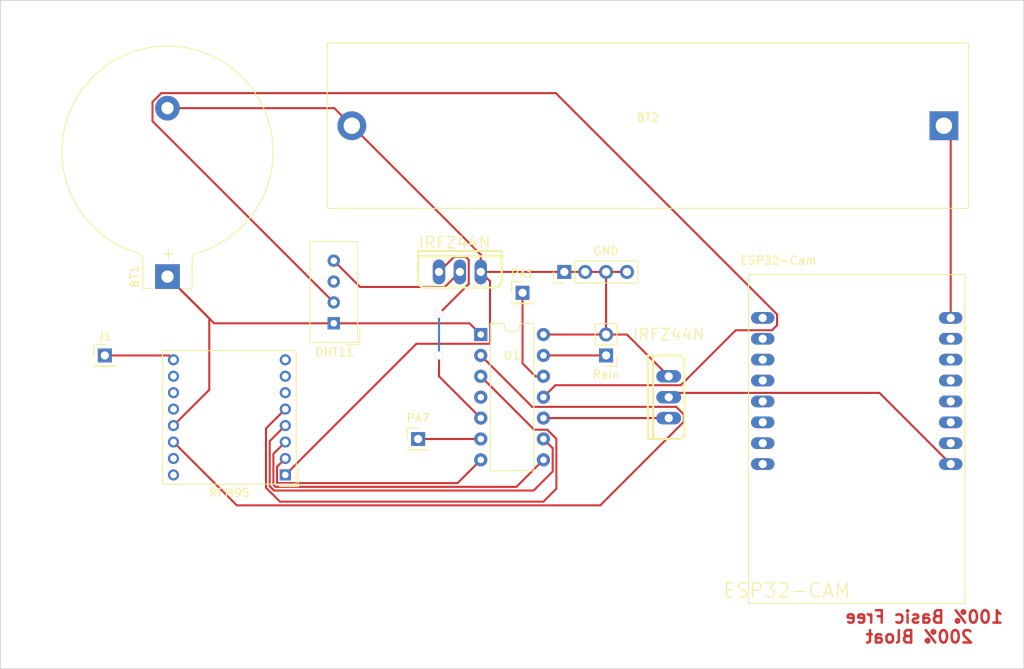
<source format=kicad_pcb>
(kicad_pcb (version 20211014) (generator pcbnew)
  (title_block (title "Vogelhaus") (date "2022-03-26") (rev "V0.0.1") (company "Moritz Honauer"))
  (layers (0 "F.Cu" signal) (31 "B.Cu" signal) (34 "B.Paste" user) (35 "F.Paste" user) (36 "B.SilkS" user "B.Silkscreen") (37 "F.SilkS" user "F.Silkscreen") (38 "B.Mask" user) (39 "F.Mask" user) (44 "Edge.Cuts" user))
  (net 0 "")
  (net 1 "Net-(BT1-Pad1)")
  (net 2 "GND")
  (net 3 "Net-(BT2-Pad1)")
  (net 12 "Net-(ESP32-Cam1-PadP$9)")
  (net 19 "Net-(J1-Pad1)")
  (net 20 "Net-(J2-Pad1)")
  (net 21 "Net-(J4-Pad1)")
  (net 22 "Net-(J5-Pad1)")
  (net 23 "Net-(S1-Pad2)")
  (net 25 "Net-(S1-Pad4)")
  (net 26 "Net-(U1-Pad2)")
  (net 27 "Net-(U1-Pad3)")
  (net 29 "Net-(U1-Pad5)")
  (net 30 "Net-(U1-Pad7)")
  (net 31 "Net-(U1-Pad8)")
  (net 32 "Net-(U1-Pad9)")
  (net 33 "Net-(U1-Pad10)")
  (footprint "Connector_PinHeader_2.54mm:PinHeader_1x04_P2.54mm_Vertical" (layer "F.Cu") (at 160.02 83.82 90)
    (fp_text reference "GND" (at 2.54 5.08 180) (layer "F.SilkS"))
    (fp_text value "Ground")
    (fp_line (start -1.33 1.27) (end -1.33 8.95) (layer "F.SilkS") (width 0.12))
    (fp_line (start 1.33 1.27) (end 1.33 8.95) (layer "F.SilkS") (width 0.12))
    (fp_line (start -1.33 8.95) (end 1.33 8.95) (layer "F.SilkS") (width 0.12))
    (fp_line (start -1.33 -1.33) (end 0 -1.33) (layer "F.SilkS") (width 0.12))
    (fp_line (start -1.33 1.27) (end 1.33 1.27) (layer "F.SilkS") (width 0.12))
    (fp_line (start -1.33 0) (end -1.33 -1.33) (layer "F.SilkS") (width 0.12))
    (pad "1" thru_hole rect (at 0 0 90) (size 1.7 1.7) (drill 1) (layers *.Cu *.Mask) (net 2 "GND"))
    (pad "2" thru_hole oval (at 0 2.54 90) (size 1.7 1.7) (drill 1) (layers *.Cu *.Mask) (net 2 "GND"))
    (pad "3" thru_hole oval (at 0 5.08 90) (size 1.7 1.7) (drill 1) (layers *.Cu *.Mask) (net 2 "GND"))
    (pad "4" thru_hole oval (at 0 7.62 90) (size 1.7 1.7) (drill 1) (layers *.Cu *.Mask) (net 2 "GND"))
  )
  (footprint "Connector_PinHeader_2.54mm:PinHeader_1x02_P2.54mm_Vertical" (layer "F.Cu") (at 165.1 93.975 180)
    (fp_text reference "Rain" (at 0 -2.33) (layer "F.SilkS"))
    (fp_text value "Rain Sensor")
    (fp_line (start -1.33 3.87) (end 1.33 3.87) (layer "F.SilkS") (width 0.12))
    (fp_line (start -1.33 1.27) (end -1.33 3.87) (layer "F.SilkS") (width 0.12))
    (fp_line (start -1.33 0) (end -1.33 -1.33) (layer "F.SilkS") (width 0.12))
    (fp_line (start 1.33 1.27) (end 1.33 3.87) (layer "F.SilkS") (width 0.12))
    (fp_line (start -1.33 1.27) (end 1.33 1.27) (layer "F.SilkS") (width 0.12))
    (fp_line (start -1.33 -1.33) (end 0 -1.33) (layer "F.SilkS") (width 0.12))
    (pad "1" thru_hole rect (at 0 0 180) (size 1.7 1.7) (drill 1) (layers *.Cu *.Mask) (net 20 "Net-(J2-Pad1)"))
    (pad "2" thru_hole oval (at 0 2.54 180) (size 1.7 1.7) (drill 1) (layers *.Cu *.Mask) (net 2 "GND"))
  )
  (footprint "Connector_PinHeader_2.54mm:PinHeader_1x01_P2.54mm_Vertical" (layer "F.Cu") (at 154.94 86.36)
    (fp_text reference "PA1" (at 0 -2.33) (layer "F.SilkS"))
    (fp_text value "PA1")
    (fp_line (start -1.33 1.27) (end -1.33 1.33) (layer "F.SilkS") (width 0.12))
    (fp_line (start -1.33 -1.33) (end 0 -1.33) (layer "F.SilkS") (width 0.12))
    (fp_line (start -1.33 1.27) (end 1.33 1.27) (layer "F.SilkS") (width 0.12))
    (fp_line (start -1.33 0) (end -1.33 -1.33) (layer "F.SilkS") (width 0.12))
    (fp_line (start -1.33 1.33) (end 1.33 1.33) (layer "F.SilkS") (width 0.12))
    (fp_line (start 1.33 1.27) (end 1.33 1.33) (layer "F.SilkS") (width 0.12))
    (pad "1" thru_hole rect (at 0 0) (size 1.7 1.7) (drill 1) (layers *.Cu *.Mask) (net 21 "Net-(J4-Pad1)"))
  )
  (footprint "Package_DIP:DIP-14_W7.62mm" (layer "F.Cu") (at 149.86 91.435)
    (fp_text reference "U1" (at 3.81 2.545) (layer "F.SilkS"))
    (fp_text value "ATtiny84V-10P")
    (fp_line (start 1.16 16.57) (end 6.46 16.57) (layer "F.SilkS") (width 0.12))
    (fp_line (start 6.46 16.57) (end 6.46 -1.33) (layer "F.SilkS") (width 0.12))
    (fp_line (start 6.46 -1.33) (end 4.81 -1.33) (layer "F.SilkS") (width 0.12))
    (fp_line (start 1.16 -1.33) (end 1.16 16.57) (layer "F.SilkS") (width 0.12))
    (fp_line (start 2.81 -1.33) (end 1.16 -1.33) (layer "F.SilkS") (width 0.12))
    (fp_arc (start 4.81 -1.33) (mid 3.81 -0.33) (end 2.81 -1.33) (layer "F.SilkS") (width 0.12))
    (pad "1" thru_hole rect (at 0 0) (size 1.6 1.6) (drill 0.8) (layers *.Cu *.Mask) (net 1 "Net-(BT1-Pad1)"))
    (pad "2" thru_hole oval (at 0 2.54) (size 1.6 1.6) (drill 0.8) (layers *.Cu *.Mask) (net 26 "Net-(U1-Pad2)"))
    (pad "3" thru_hole oval (at 0 5.08) (size 1.6 1.6) (drill 0.8) (layers *.Cu *.Mask) (net 27 "Net-(U1-Pad3)"))
    (pad "4" thru_hole oval (at 0 7.62) (size 1.6 1.6) (drill 0.8) (layers *.Cu *.Mask))
    (pad "5" thru_hole oval (at 0 10.16) (size 1.6 1.6) (drill 0.8) (layers *.Cu *.Mask) (net 29 "Net-(U1-Pad5)"))
    (pad "6" thru_hole oval (at 0 12.7) (size 1.6 1.6) (drill 0.8) (layers *.Cu *.Mask) (net 22 "Net-(J5-Pad1)"))
    (pad "7" thru_hole oval (at 0 15.24) (size 1.6 1.6) (drill 0.8) (layers *.Cu *.Mask) (net 30 "Net-(U1-Pad7)"))
    (pad "8" thru_hole oval (at 7.62 15.24) (size 1.6 1.6) (drill 0.8) (layers *.Cu *.Mask) (net 31 "Net-(U1-Pad8)"))
    (pad "9" thru_hole oval (at 7.62 12.7) (size 1.6 1.6) (drill 0.8) (layers *.Cu *.Mask) (net 32 "Net-(U1-Pad9)"))
    (pad "10" thru_hole oval (at 7.62 10.16) (size 1.6 1.6) (drill 0.8) (layers *.Cu *.Mask) (net 33 "Net-(U1-Pad10)"))
    (pad "11" thru_hole oval (at 7.62 7.62) (size 1.6 1.6) (drill 0.8) (layers *.Cu *.Mask) (net 23 "Net-(S1-Pad2)"))
    (pad "12" thru_hole oval (at 7.62 5.08) (size 1.6 1.6) (drill 0.8) (layers *.Cu *.Mask) (net 21 "Net-(J4-Pad1)"))
    (pad "13" thru_hole oval (at 7.62 2.54) (size 1.6 1.6) (drill 0.8) (layers *.Cu *.Mask) (net 20 "Net-(J2-Pad1)"))
    (pad "14" thru_hole oval (at 7.62 0) (size 1.6 1.6) (drill 0.8) (layers *.Cu *.Mask) (net 2 "GND"))
  )
  (footprint "Battery:BatteryHolder_Keystone_104_1x23mm" (layer "F.Cu") (at 111.76 84.392289 90)
    (fp_text reference "BT1" (at 0 -4 90) (layer "F.SilkS"))
    (fp_text value "Coin_Battery")
    (fp_text user "+" (at 2.75 0 90) (layer "F.SilkS") (effects (font (size 1.5 1.5))))
    (fp_line (start -1.45 -3) (end 2.15 -3) (layer "F.SilkS") (width 0.12))
    (fp_line (start -1.45 3) (end 2.15 3) (layer "F.SilkS") (width 0.12))
    (fp_line (start -1.45 1.8) (end -1.45 3) (layer "F.SilkS") (width 0.12))
    (fp_line (start -1.45 -1.8) (end -1.45 -3) (layer "F.SilkS") (width 0.12))
    (fp_arc (start 28.03617 -0.072313) (mid 17.002622 12.709172) (end 2.85 3.5) (layer "F.SilkS") (width 0.12))
    (fp_arc (start 2.85 -3.5) (mid 17.002622 -12.709172) (end 28.03617 0.072313) (layer "F.SilkS") (width 0.12))
    (fp_arc (start 2.1 3) (mid 2.558861 3.144678) (end 2.851754 3.526384) (layer "F.SilkS") (width 0.12))
    (fp_arc (start 2.851754 -3.526384) (mid 2.558861 -3.144678) (end 2.1 -3) (layer "F.SilkS") (width 0.12))
    (pad "1" thru_hole rect (at 0 0 90) (size 3 3) (drill 1.5) (layers *.Cu *.Mask) (net 1 "Net-(BT1-Pad1)"))
    (pad "2" thru_hole circle (at 20.49 0 90) (size 3 3) (drill 1.5) (layers *.Cu *.Mask) (net 2 "GND"))
  )
  (footprint "Connector_PinHeader_2.54mm:PinHeader_1x01_P2.54mm_Vertical" (layer "F.Cu") (at 104.14 93.98)
    (fp_text reference "J1" (at 0 -2.33) (layer "F.SilkS"))
    (fp_text value "Antenna")
    (fp_line (start -1.33 1.27) (end -1.33 1.33) (layer "F.SilkS") (width 0.12))
    (fp_line (start -1.33 1.33) (end 1.33 1.33) (layer "F.SilkS") (width 0.12))
    (fp_line (start -1.33 1.27) (end 1.33 1.27) (layer "F.SilkS") (width 0.12))
    (fp_line (start -1.33 -1.33) (end 0 -1.33) (layer "F.SilkS") (width 0.12))
    (fp_line (start -1.33 0) (end -1.33 -1.33) (layer "F.SilkS") (width 0.12))
    (fp_line (start 1.33 1.27) (end 1.33 1.33) (layer "F.SilkS") (width 0.12))
    (pad "1" thru_hole rect (at 0 0) (size 1.7 1.7) (drill 1) (layers *.Cu *.Mask) (net 19 "Net-(J1-Pad1)"))
  )
  (footprint "RF_Module:HOPERF_RFM9XW_THT" (layer "F.Cu") (at 126.0875 108.5075 180)
    (fp_text reference "RFM95" (at 6.8 -2.17) (layer "F.SilkS"))
    (fp_text value "RFM95W-868S2")
    (fp_line (start -1.6 0.7) (end -1.6 -1.4) (layer "F.SilkS") (width 0.12))
    (fp_line (start -1.325 -1.125) (end 14.925 -1.125) (layer "F.SilkS") (width 0.12))
    (fp_line (start -1.6 -1.4) (end 0.7 -1.4) (layer "F.SilkS") (width 0.12))
    (fp_line (start -1.325 15.125) (end -1.325 -1.125) (layer "F.SilkS") (width 0.12))
    (fp_line (start 14.925 15.125) (end -1.325 15.125) (layer "F.SilkS") (width 0.12))
    (fp_line (start 14.925 -1.125) (end 14.925 15.125) (layer "F.SilkS") (width 0.12))
    (pad "1" thru_hole rect (at 0 0 180) (size 1.35 1.35) (drill 0.8) (layers *.Cu *.Mask) (net 2 "GND"))
    (pad "2" thru_hole circle (at 0 2 180) (size 1.35 1.35) (drill 0.8) (layers *.Cu *.Mask) (net 30 "Net-(U1-Pad7)"))
    (pad "3" thru_hole circle (at 0 4 180) (size 1.35 1.35) (drill 0.8) (layers *.Cu *.Mask) (net 31 "Net-(U1-Pad8)"))
    (pad "4" thru_hole circle (at 0 6 180) (size 1.35 1.35) (drill 0.8) (layers *.Cu *.Mask) (net 32 "Net-(U1-Pad9)"))
    (pad "5" thru_hole circle (at 0 8 180) (size 1.35 1.35) (drill 0.8) (layers *.Cu *.Mask) (net 27 "Net-(U1-Pad3)"))
    (pad "6" thru_hole circle (at 0 10 180) (size 1.35 1.35) (drill 0.8) (layers *.Cu *.Mask))
    (pad "7" thru_hole circle (at 0 12 180) (size 1.35 1.35) (drill 0.8) (layers *.Cu *.Mask))
    (pad "8" thru_hole circle (at 0 14 180) (size 1.35 1.35) (drill 0.8) (layers *.Cu *.Mask))
    (pad "9" thru_hole circle (at 13.6 14 180) (size 1.35 1.35) (drill 0.8) (layers *.Cu *.Mask) (net 19 "Net-(J1-Pad1)"))
    (pad "10" thru_hole circle (at 13.6 12 180) (size 1.35 1.35) (drill 0.8) (layers *.Cu *.Mask))
    (pad "11" thru_hole circle (at 13.6 10 180) (size 1.35 1.35) (drill 0.8) (layers *.Cu *.Mask))
    (pad "12" thru_hole circle (at 13.6 8 180) (size 1.35 1.35) (drill 0.8) (layers *.Cu *.Mask))
    (pad "13" thru_hole circle (at 13.6 6 180) (size 1.35 1.35) (drill 0.8) (layers *.Cu *.Mask) (net 1 "Net-(BT1-Pad1)"))
    (pad "14" thru_hole circle (at 13.6 4 180) (size 1.35 1.35) (drill 0.8) (layers *.Cu *.Mask) (net 26 "Net-(U1-Pad2)"))
    (pad "15" thru_hole circle (at 13.6 2 180) (size 1.35 1.35) (drill 0.8) (layers *.Cu *.Mask))
    (pad "16" thru_hole circle (at 13.6 0 180) (size 1.35 1.35) (drill 0.8) (layers *.Cu *.Mask))
  )
  (footprint "Battery:BatteryHolder_MPD_BH-18650-PC2" (layer "F.Cu") (at 206.18 66.04 180)
    (fp_text reference "BT2" (at 36 1) (layer "F.SilkS"))
    (fp_text value "18650_Battery")
    (fp_line (start 75 10.05) (end -3 10.05) (layer "F.SilkS") (width 0.12))
    (fp_line (start 75 -10.05) (end 75 10.05) (layer "F.SilkS") (width 0.12))
    (fp_line (start -3 -10.05) (end 75 -10.05) (layer "F.SilkS") (width 0.12))
    (fp_line (start -3 10.05) (end -3 -10.05) (layer "F.SilkS") (width 0.12))
    (pad "" np_thru_hole circle (at 8.645 0 180) (size 3.2 3.2) (drill 3.2) (layers *.Cu *.Mask))
    (pad "" np_thru_hole circle (at 64.255 0 180) (size 3.2 3.2) (drill 3.2) (layers *.Cu *.Mask))
    (pad "1" thru_hole rect (at 0 0 180) (size 3.5 3.5) (drill 2) (layers *.Cu *.Mask) (net 3 "Net-(BT2-Pad1)"))
    (pad "2" thru_hole circle (at 72 0 180) (size 3.5 3.5) (drill 2) (layers *.Cu *.Mask) (net 2 "GND"))
  )
  (footprint "IRFZ44N:TO-220" (layer "F.Cu") (at 147.32 83.82)
    (fp_text reference "IRFZ44N" (at -0.63516 -3.55696) (layer "F.SilkS") (effects (font (size 1.400378 1.400378))))
    (fp_text value "IRFZ44N")
    (fp_line (start 4.318 1.905) (end -4.318 1.905) (layer "F.SilkS") (width 0.254))
    (fp_line (start 5.08 -1.905) (end 5.08 1.016) (layer "F.SilkS") (width 0.254))
    (fp_line (start -5.08 1.143) (end -5.08 -1.905) (layer "F.SilkS") (width 0.254))
    (fp_line (start 5.08 -1.905) (end -5.08 -1.905) (layer "F.SilkS") (width 0.254))
    (fp_line (start 5.08 -2.54) (end 5.08 -1.905) (layer "F.SilkS") (width 0.254))
    (fp_line (start -5.08 -2.54) (end 5.08 -2.54) (layer "F.SilkS") (width 0.254))
    (fp_line (start -5.08 -1.905) (end -5.08 -2.54) (layer "F.SilkS") (width 0.254))
    (fp_arc (start -4.318 1.905) (mid -4.856815 1.681815) (end -5.08 1.143) (layer "F.SilkS") (width 0.254))
    (fp_arc (start 5.08 1.016) (mid 4.883118 1.618315) (end 4.318 1.905) (layer "F.SilkS") (width 0.254))
    (pad "1" thru_hole oval locked (at -2.54 0) (size 1.508 3.016) (drill 1) (layers *.Cu *.Mask) (net 29 "Net-(U1-Pad5)"))
    (pad "2" thru_hole oval locked (at 0 0) (size 1.508 3.016) (drill 1) (layers *.Cu *.Mask) (net 25 "Net-(S1-Pad4)"))
    (pad "3" thru_hole oval locked (at 2.54 0) (size 1.508 3.016) (drill 1) (layers *.Cu *.Mask) (net 2 "GND"))
  )
  (footprint "Connector_PinHeader_2.54mm:PinHeader_1x01_P2.54mm_Vertical" (layer "F.Cu") (at 142.24 104.14)
    (fp_text reference "PA7" (at 0 -2.54) (layer "F.SilkS"))
    (fp_text value "PA7")
    (fp_line (start -1.33 1.27) (end 1.33 1.27) (layer "F.SilkS") (width 0.12))
    (fp_line (start 1.33 1.27) (end 1.33 1.33) (layer "F.SilkS") (width 0.12))
    (fp_line (start -1.33 0) (end -1.33 -1.33) (layer "F.SilkS") (width 0.12))
    (fp_line (start -1.33 1.27) (end -1.33 1.33) (layer "F.SilkS") (width 0.12))
    (fp_line (start -1.33 -1.33) (end 0 -1.33) (layer "F.SilkS") (width 0.12))
    (fp_line (start -1.33 1.33) (end 1.33 1.33) (layer "F.SilkS") (width 0.12))
    (pad "1" thru_hole rect (at 0 0) (size 1.7 1.7) (drill 1) (layers *.Cu *.Mask) (net 22 "Net-(J5-Pad1)"))
  )
  (footprint "ESP32-CAM:ESP32-CAM" (layer "F.Cu") (at 195.58 99.57)
    (fp_text reference "ESP32-Cam" (at -9.525 -17.145) (layer "F.SilkS"))
    (fp_text value "ESP32-CAM")
    (fp_text user "ESP32-CAM" (at -8.5 23) (layer "F.SilkS") (effects (font (size 1.72 1.72))))
    (fp_line (start 13.16 -15.43) (end 13.16 24.57) (layer "F.SilkS") (width 0.127))
    (fp_line (start 13.16 24.57) (end -13.16 24.57) (layer "F.SilkS") (width 0.127))
    (fp_line (start -13.16 24.57) (end -13.16 -15.43) (layer "F.SilkS") (width 0.127))
    (fp_line (start -13.16 -15.43) (end 13.16 -15.43) (layer "F.SilkS") (width 0.127))
    (pad "P$1" thru_hole oval locked (at -11.43 -10.16) (size 2.8448 1.4224) (drill 1) (layers *.Cu *.Mask))
    (pad "P$2" thru_hole oval locked (at -11.43 -7.62) (size 2.8448 1.4224) (drill 1) (layers *.Cu *.Mask))
    (pad "P$3" thru_hole oval locked (at -11.43 -5.08) (size 2.8448 1.4224) (drill 1) (layers *.Cu *.Mask))
    (pad "P$4" thru_hole oval locked (at -11.43 -2.54) (size 2.8448 1.4224) (drill 1) (layers *.Cu *.Mask))
    (pad "P$5" thru_hole oval locked (at -11.43 0) (size 2.8448 1.4224) (drill 1) (layers *.Cu *.Mask))
    (pad "P$6" thru_hole oval locked (at -11.43 2.54) (size 2.8448 1.4224) (drill 1) (layers *.Cu *.Mask))
    (pad "P$7" thru_hole oval locked (at -11.43 5.08) (size 2.8448 1.4224) (drill 1) (layers *.Cu *.Mask))
    (pad "P$8" thru_hole oval locked (at -11.43 7.62) (size 2.8448 1.4224) (drill 1) (layers *.Cu *.Mask))
    (pad "P$9" thru_hole oval locked (at 11.43 7.62) (size 2.8448 1.4224) (drill 1) (layers *.Cu *.Mask) (net 12 "Net-(ESP32-Cam1-PadP$9)"))
    (pad "P$10" thru_hole oval locked (at 11.43 5.08) (size 2.8448 1.4224) (drill 1) (layers *.Cu *.Mask))
    (pad "P$11" thru_hole oval locked (at 11.43 2.54) (size 2.8448 1.4224) (drill 1) (layers *.Cu *.Mask))
    (pad "P$12" thru_hole oval locked (at 11.43 0) (size 2.8448 1.4224) (drill 1) (layers *.Cu *.Mask))
    (pad "P$13" thru_hole oval locked (at 11.43 -2.54) (size 2.8448 1.4224) (drill 1) (layers *.Cu *.Mask))
    (pad "P$14" thru_hole oval locked (at 11.43 -5.08) (size 2.8448 1.4224) (drill 1) (layers *.Cu *.Mask))
    (pad "P$15" thru_hole oval locked (at 11.43 -7.62) (size 2.8448 1.4224) (drill 1) (layers *.Cu *.Mask))
    (pad "P$16" thru_hole oval locked (at 11.43 -10.16) (size 2.8448 1.4224) (drill 1) (layers *.Cu *.Mask) (net 3 "Net-(BT2-Pad1)"))
  )
  (footprint "IRFZ44N:TO-220" (layer "F.Cu") (at 172.72 99.06 90)
    (fp_text reference "IRFZ44N" (at 7.62 0 180) (layer "F.SilkS") (effects (font (size 1.400378 1.400378))))
    (fp_text value "IRFZ44N")
    (fp_line (start 5.08 -2.54) (end 5.08 -1.905) (layer "F.SilkS") (width 0.254))
    (fp_line (start 4.318 1.905) (end -4.318 1.905) (layer "F.SilkS") (width 0.254))
    (fp_line (start 5.08 -1.905) (end -5.08 -1.905) (layer "F.SilkS") (width 0.254))
    (fp_line (start 5.08 -1.905) (end 5.08 1.016) (layer "F.SilkS") (width 0.254))
    (fp_line (start -5.08 1.143) (end -5.08 -1.905) (layer "F.SilkS") (width 0.254))
    (fp_line (start -5.08 -1.905) (end -5.08 -2.54) (layer "F.SilkS") (width 0.254))
    (fp_line (start -5.08 -2.54) (end 5.08 -2.54) (layer "F.SilkS") (width 0.254))
    (fp_arc (start -4.318 1.905) (mid -4.856815 1.681815) (end -5.08 1.143) (layer "F.SilkS") (width 0.254))
    (fp_arc (start 5.08 1.016) (mid 4.883118 1.618315) (end 4.318 1.905) (layer "F.SilkS") (width 0.254))
    (pad "1" thru_hole oval locked (at -2.54 0 90) (size 1.508 3.016) (drill 1) (layers *.Cu *.Mask) (net 33 "Net-(U1-Pad10)"))
    (pad "2" thru_hole oval locked (at 0 0 90) (size 1.508 3.016) (drill 1) (layers *.Cu *.Mask) (net 12 "Net-(ESP32-Cam1-PadP$9)"))
    (pad "3" thru_hole oval locked (at 2.54 0 90) (size 1.508 3.016) (drill 1) (layers *.Cu *.Mask) (net 2 "GND"))
  )
  (footprint "Sensor:Aosong_DHT11_5.5x12.0_P2.54mm" (layer "F.Cu") (at 131.9825 90.0725 180)
    (fp_text reference "DHT11" (at -0.0975 -3.5) (layer "F.SilkS"))
    (fp_text value "DHT11")
    (fp_line (start 2.88 -2.32) (end 2.88 9.94) (layer "F.SilkS") (width 0.12))
    (fp_line (start -3.16 -2.6) (end -1.55 -2.6) (layer "F.SilkS") (width 0.12))
    (fp_line (start -3.16 -2.6) (end -3.16 -0.6) (layer "F.SilkS") (width 0.12))
    (fp_line (start -2.87 -2.32) (end 2.87 -2.32) (layer "F.SilkS") (width 0.12))
    (fp_line (start 2.88 9.94) (end -2.88 9.94) (layer "F.SilkS") (width 0.12))
    (fp_line (start -2.88 9.94) (end -2.88 -2.31) (layer "F.SilkS") (width 0.12))
    (pad "1" thru_hole rect (at 0 0 180) (size 1.5 1.5) (drill 0.8) (layers *.Cu *.Mask) (net 1 "Net-(BT1-Pad1)"))
    (pad "2" thru_hole circle (at 0 2.54 180) (size 1.5 1.5) (drill 0.8) (layers *.Cu *.Mask) (net 23 "Net-(S1-Pad2)"))
    (pad "3" thru_hole circle (at 0 5.08 180) (size 1.5 1.5) (drill 0.8) (layers *.Cu *.Mask))
    (pad "4" thru_hole circle (at 0 7.62 180) (size 1.5 1.5) (drill 0.8) (layers *.Cu *.Mask) (net 25 "Net-(S1-Pad4)"))
  )
  (gr_line (start 91.44 132.08) (end 215.9 132.08) (layer "Edge.Cuts") (width 0.1))
  (gr_line (start 91.44 50.8) (end 91.44 132.08) (layer "Edge.Cuts") (width 0.1))
  (gr_line (start 215.9 132.08) (end 215.9 50.8) (layer "Edge.Cuts") (width 0.1))
  (gr_line (start 215.9 50.8) (end 91.44 50.8) (layer "Edge.Cuts") (width 0.1))
  (gr_text "100% Basic Free \n200% Bloat" (at 203.2 127) (layer "F.Cu") (effects (font (size 1.5 1.5) (thickness 0.3)) (justify mirror)))
  (segment (start 148.4975 90.0725) (end 149.86 91.435) (width 0.25) (layer "F.Cu") (net 1))
  (segment (start 116.84 98.155) (end 112.4875 102.5075) (width 0.25) (layer "F.Cu") (net 1))
  (segment (start 131.9825 90.0725) (end 117.440211 90.0725) (width 0.25) (layer "F.Cu") (net 1))
  (segment (start 117.440211 90.0725) (end 111.76 84.392289) (width 0.25) (layer "F.Cu") (net 1))
  (segment (start 111.76 84.392289) (end 116.84 89.472289) (width 0.25) (layer "F.Cu") (net 1))
  (segment (start 116.84 89.472289) (end 116.84 98.155) (width 0.25) (layer "F.Cu") (net 1))
  (segment (start 131.9825 90.0725) (end 148.4975 90.0725) (width 0.25) (layer "F.Cu") (net 1))
  (segment (start 167.64 83.82) (end 165.1 83.82) (width 0.25) (layer "F.Cu") (net 2))
  (segment (start 149.86 83.82) (end 150.984511 84.944511) (width 0.25) (layer "F.Cu") (net 2))
  (segment (start 162.56 83.82) (end 165.1 83.82) (width 0.25) (layer "F.Cu") (net 2))
  (segment (start 165.1 83.82) (end 165.1 91.435) (width 0.25) (layer "F.Cu") (net 2))
  (segment (start 160.02 83.82) (end 162.56 83.82) (width 0.25) (layer "F.Cu") (net 2))
  (segment (start 134.18 66.04) (end 149.86 81.72) (width 0.25) (layer "F.Cu") (net 2))
  (segment (start 167.635 91.435) (end 172.72 96.52) (width 0.25) (layer "F.Cu") (net 2))
  (segment (start 150.984511 84.944511) (end 150.984511 92.559511) (width 0.25) (layer "F.Cu") (net 2))
  (segment (start 149.86 83.82) (end 160.02 83.82) (width 0.25) (layer "F.Cu") (net 2))
  (segment (start 150.984511 92.559511) (end 142.035489 92.559511) (width 0.25) (layer "F.Cu") (net 2))
  (segment (start 165.1 91.435) (end 157.48 91.435) (width 0.25) (layer "F.Cu") (net 2))
  (segment (start 149.86 81.72) (end 149.86 83.82) (width 0.25) (layer "F.Cu") (net 2))
  (segment (start 165.1 91.435) (end 167.635 91.435) (width 0.25) (layer "F.Cu") (net 2))
  (segment (start 111.76 63.902289) (end 132.042289 63.902289) (width 0.25) (layer "F.Cu") (net 2))
  (segment (start 132.042289 63.902289) (end 134.18 66.04) (width 0.25) (layer "F.Cu") (net 2))
  (segment (start 142.035489 92.559511) (end 126.0875 108.5075) (width 0.25) (layer "F.Cu") (net 2))
  (segment (start 207.01 66.87) (end 206.18 66.04) (width 0.25) (layer "F.Cu") (net 3))
  (segment (start 207.01 89.41) (end 207.01 66.87) (width 0.25) (layer "F.Cu") (net 3))
  (segment (start 172.72 99.06) (end 173.24572 98.53428) (width 0.25) (layer "F.Cu") (net 12))
  (segment (start 198.35428 98.53428) (end 207.01 107.19) (width 0.25) (layer "F.Cu") (net 12))
  (segment (start 173.24572 98.53428) (end 198.35428 98.53428) (width 0.25) (layer "F.Cu") (net 12))
  (segment (start 104.14 93.98) (end 111.96 93.98) (width 0.25) (layer "F.Cu") (net 19))
  (segment (start 111.96 93.98) (end 112.4875 94.5075) (width 0.25) (layer "F.Cu") (net 19))
  (segment (start 165.1 93.975) (end 157.48 93.975) (width 0.25) (layer "F.Cu") (net 20))
  (segment (start 157.48 96.515) (end 156.509031 96.515) (width 0.25) (layer "F.Cu") (net 21))
  (segment (start 156.509031 96.515) (end 154.94 94.945969) (width 0.25) (layer "F.Cu") (net 21))
  (segment (start 154.94 94.945969) (end 154.94 86.36) (width 0.25) (layer "F.Cu") (net 21))
  (segment (start 142.24 104.14) (end 149.86 104.14) (width 0.25) (layer "F.Cu") (net 22))
  (segment (start 185.89692 88.980991) (end 185.89692 90.307569) (width 0.25) (layer "F.Cu") (net 23))
  (segment (start 158.93648 97.59852) (end 157.48 99.055) (width 0.25) (layer "F.Cu") (net 23))
  (segment (start 131.9825 87.5325) (end 109.935489 65.485489) (width 0.25) (layer "F.Cu") (net 23))
  (segment (start 109.935489 65.485489) (end 109.935489 63.146551) (width 0.25) (layer "F.Cu") (net 23))
  (segment (start 109.935489 63.146551) (end 111.004262 62.077778) (width 0.25) (layer "F.Cu") (net 23))
  (segment (start 158.993707 62.077778) (end 185.89692 88.980991) (width 0.25) (layer "F.Cu") (net 23))
  (segment (start 180.86572 90.91428) (end 174.18148 97.59852) (width 0.25) (layer "F.Cu") (net 23))
  (segment (start 185.89692 90.307569) (end 185.290209 90.91428) (width 0.25) (layer "F.Cu") (net 23))
  (segment (start 185.290209 90.91428) (end 180.86572 90.91428) (width 0.25) (layer "F.Cu") (net 23))
  (segment (start 174.18148 97.59852) (end 158.93648 97.59852) (width 0.25) (layer "F.Cu") (net 23))
  (segment (start 111.004262 62.077778) (end 158.993707 62.077778) (width 0.25) (layer "F.Cu") (net 23))
  (segment (start 135.18252 85.65252) (end 145.48748 85.65252) (width 0.25) (layer "F.Cu") (net 25))
  (segment (start 145.48748 85.65252) (end 147.32 83.82) (width 0.25) (layer "F.Cu") (net 25))
  (segment (start 131.9825 82.4525) (end 135.18252 85.65252) (width 0.25) (layer "F.Cu") (net 25))
  (segment (start 164.389737 112.20952) (end 174.55252 102.046737) (width 0.25) (layer "F.Cu") (net 26))
  (segment (start 173.628768 100.229511) (end 156.114511 100.229511) (width 0.25) (layer "F.Cu") (net 26))
  (segment (start 120.18952 112.20952) (end 164.389737 112.20952) (width 0.25) (layer "F.Cu") (net 26))
  (segment (start 174.55252 102.046737) (end 174.55252 101.153263) (width 0.25) (layer "F.Cu") (net 26))
  (segment (start 156.114511 100.229511) (end 149.86 93.975) (width 0.25) (layer "F.Cu") (net 26))
  (segment (start 112.4875 104.5075) (end 120.18952 112.20952) (width 0.25) (layer "F.Cu") (net 26))
  (segment (start 174.55252 101.153263) (end 173.628768 100.229511) (width 0.25) (layer "F.Cu") (net 26))
  (segment (start 123.739429 110.065602) (end 125.433827 111.76) (width 0.25) (layer "F.Cu") (net 27))
  (segment (start 125.433827 111.76) (end 157.48 111.76) (width 0.25) (layer "F.Cu") (net 27))
  (segment (start 156.355489 103.010489) (end 149.86 96.515) (width 0.25) (layer "F.Cu") (net 27))
  (segment (start 123.739429 102.855571) (end 123.739429 110.065602) (width 0.25) (layer "F.Cu") (net 27))
  (segment (start 159.054031 110.185969) (end 159.054031 104.118731) (width 0.25) (layer "F.Cu") (net 27))
  (segment (start 157.945789 103.010489) (end 156.355489 103.010489) (width 0.25) (layer "F.Cu") (net 27))
  (segment (start 126.0875 100.5075) (end 123.739429 102.855571) (width 0.25) (layer "F.Cu") (net 27))
  (segment (start 157.48 111.76) (end 159.054031 110.185969) (width 0.25) (layer "F.Cu") (net 27))
  (segment (start 159.054031 104.118731) (end 157.945789 103.010489) (width 0.25) (layer "F.Cu") (net 27))
  (segment (start 149.86 101.595) (end 149.86 101.6) (width 0.25) (layer "F.Cu") (net 29))
  (segment (start 144.78 96.515) (end 144.78 93.98) (width 0.25) (layer "F.Cu") (net 29))
  (segment (start 146.61252 81.98748) (end 144.78 83.82) (width 0.25) (layer "F.Cu") (net 29))
  (segment (start 148.39852 82.35852) (end 148.02748 81.98748) (width 0.25) (layer "F.Cu") (net 29))
  (segment (start 148.39852 85.28148) (end 148.39852 82.35852) (width 0.25) (layer "F.Cu") (net 29))
  (segment (start 144.78 88.9) (end 148.39852 85.28148) (width 0.25) (layer "F.Cu") (net 29))
  (segment (start 148.02748 81.98748) (end 146.61252 81.98748) (width 0.25) (layer "F.Cu") (net 29))
  (segment (start 149.86 101.595) (end 144.78 96.515) (width 0.25) (layer "F.Cu") (net 29))
  (via (at 144.78 93.98) (size 1) (drill 1) (layers "F.Cu" "B.Cu") (net 29))
  (via (at 144.78 88.9) (size 1) (drill 1) (layers "F.Cu" "B.Cu") (net 29))
  (segment (start 144.78 93.98) (end 144.78 88.9) (width 0.25) (layer "B.Cu") (net 29))
  (segment (start 125.087989 107.507011) (end 125.087989 109.507011) (width 0.25) (layer "F.Cu") (net 30))
  (segment (start 126.0875 106.5075) (end 125.087989 107.507011) (width 0.25) (layer "F.Cu") (net 30))
  (segment (start 125.087989 109.507011) (end 147.032989 109.507011) (width 0.25) (layer "F.Cu") (net 30))
  (segment (start 147.032989 109.507011) (end 149.86 106.68) (width 0.25) (layer "F.Cu") (net 30))
  (segment (start 124.638469 105.956531) (end 124.638469 109.693208) (width 0.25) (layer "F.Cu") (net 31))
  (segment (start 124.901792 109.956531) (end 154.198469 109.956531) (width 0.25) (layer "F.Cu") (net 31))
  (segment (start 124.638469 109.693208) (end 124.901792 109.956531) (width 0.25) (layer "F.Cu") (net 31))
  (segment (start 126.0875 104.5075) (end 124.638469 105.956531) (width 0.25) (layer "F.Cu") (net 31))
  (segment (start 154.198469 109.956531) (end 157.48 106.675) (width 0.25) (layer "F.Cu") (net 31))
  (segment (start 124.188949 104.406051) (end 126.0875 102.5075) (width 0.25) (layer "F.Cu") (net 32))
  (segment (start 157.48 104.135) (end 158.604511 105.259511) (width 0.25) (layer "F.Cu") (net 32))
  (segment (start 124.715594 110.406051) (end 124.188949 109.879405) (width 0.25) (layer "F.Cu") (net 32))
  (segment (start 158.604511 108.095489) (end 156.293949 110.406051) (width 0.25) (layer "F.Cu") (net 32))
  (segment (start 156.293949 110.406051) (end 124.715594 110.406051) (width 0.25) (layer "F.Cu") (net 32))
  (segment (start 158.604511 105.259511) (end 158.604511 108.095489) (width 0.25) (layer "F.Cu") (net 32))
  (segment (start 124.188949 109.879405) (end 124.188949 104.406051) (width 0.25) (layer "F.Cu") (net 32))
  (segment (start 172.715 101.595) (end 172.72 101.6) (width 0.25) (layer "F.Cu") (net 33))
  (segment (start 157.48 101.595) (end 172.715 101.595) (width 0.25) (layer "F.Cu") (net 33))
)
</source>
